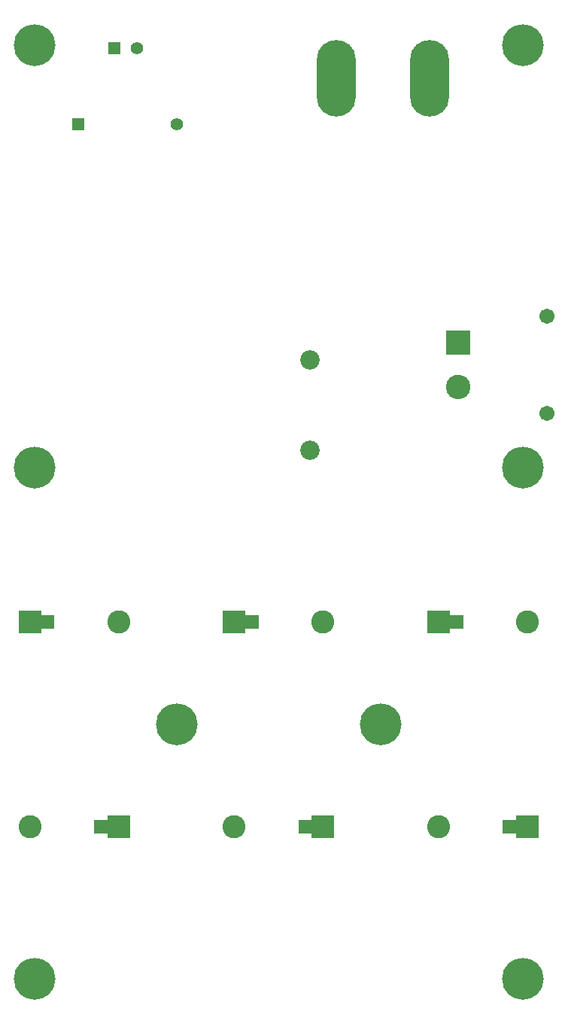
<source format=gbr>
%TF.GenerationSoftware,KiCad,Pcbnew,8.0.5*%
%TF.CreationDate,2025-02-03T18:13:47-05:00*%
%TF.ProjectId,Passive Cap Bank V1,50617373-6976-4652-9043-61702042616e,1.0*%
%TF.SameCoordinates,Original*%
%TF.FileFunction,Soldermask,Top*%
%TF.FilePolarity,Negative*%
%FSLAX46Y46*%
G04 Gerber Fmt 4.6, Leading zero omitted, Abs format (unit mm)*
G04 Created by KiCad (PCBNEW 8.0.5) date 2025-02-03 18:13:47*
%MOMM*%
%LPD*%
G01*
G04 APERTURE LIST*
G04 Aperture macros list*
%AMRoundRect*
0 Rectangle with rounded corners*
0 $1 Rounding radius*
0 $2 $3 $4 $5 $6 $7 $8 $9 X,Y pos of 4 corners*
0 Add a 4 corners polygon primitive as box body*
4,1,4,$2,$3,$4,$5,$6,$7,$8,$9,$2,$3,0*
0 Add four circle primitives for the rounded corners*
1,1,$1+$1,$2,$3*
1,1,$1+$1,$4,$5*
1,1,$1+$1,$6,$7*
1,1,$1+$1,$8,$9*
0 Add four rect primitives between the rounded corners*
20,1,$1+$1,$2,$3,$4,$5,0*
20,1,$1+$1,$4,$5,$6,$7,0*
20,1,$1+$1,$6,$7,$8,$9,0*
20,1,$1+$1,$8,$9,$2,$3,0*%
G04 Aperture macros list end*
%ADD10C,4.700000*%
%ADD11R,2.600200X2.600200*%
%ADD12R,1.600200X1.600200*%
%ADD13C,2.600200*%
%ADD14R,1.397000X1.397000*%
%ADD15C,1.397000*%
%ADD16O,4.404000X8.604000*%
%ADD17C,2.754000*%
%ADD18RoundRect,0.102000X-1.275000X1.275000X-1.275000X-1.275000X1.275000X-1.275000X1.275000X1.275000X0*%
%ADD19C,1.712000*%
%ADD20C,2.184400*%
G04 APERTURE END LIST*
D10*
%TO.C,REF\u002A\u002A*%
X60020000Y-60000000D03*
%TD*%
%TO.C,REF\u002A\u002A*%
X115020000Y-60000000D03*
%TD*%
D11*
%TO.C,C1*%
X115500000Y-147872041D03*
D12*
X113500000Y-147872041D03*
D13*
X105500000Y-147872041D03*
%TD*%
D14*
%TO.C,R14*%
X64913630Y-68881500D03*
D15*
X76015970Y-68881500D03*
%TD*%
D11*
%TO.C,C5*%
X82500000Y-124872041D03*
D12*
X84500000Y-124872041D03*
D13*
X92500000Y-124872041D03*
%TD*%
D11*
%TO.C,C3*%
X69500000Y-147872041D03*
D12*
X67500000Y-147872041D03*
D13*
X59500000Y-147872041D03*
%TD*%
D14*
%TO.C,D1*%
X69026988Y-60390988D03*
D15*
X71566988Y-60390988D03*
%TD*%
D11*
%TO.C,C2*%
X92500000Y-147872041D03*
D12*
X90500000Y-147872041D03*
D13*
X82500000Y-147872041D03*
%TD*%
D11*
%TO.C,C4*%
X59500000Y-124872041D03*
D12*
X61500000Y-124872041D03*
D13*
X69500000Y-124872041D03*
%TD*%
D10*
%TO.C,REF\u002A\u002A*%
X115020000Y-165000000D03*
%TD*%
%TO.C,REF\u002A\u002A*%
X76020000Y-136372041D03*
%TD*%
D16*
%TO.C,SW1*%
X104480000Y-63754000D03*
X93980000Y-63754000D03*
%TD*%
D11*
%TO.C,C6*%
X105500000Y-124872041D03*
D12*
X107500000Y-124872041D03*
D13*
X115500000Y-124872041D03*
%TD*%
D17*
%TO.C,J1*%
X107690000Y-98470000D03*
D18*
X107690000Y-93470000D03*
D19*
X117690000Y-101470000D03*
X117690000Y-90470000D03*
%TD*%
D10*
%TO.C,REF\u002A\u002A*%
X115020000Y-107500000D03*
%TD*%
%TO.C,REF\u002A\u002A*%
X60040000Y-107500000D03*
%TD*%
%TO.C,REF\u002A\u002A*%
X60020000Y-165000000D03*
%TD*%
%TO.C,REF\u002A\u002A*%
X99020000Y-136372041D03*
%TD*%
D20*
%TO.C,R13*%
X90992000Y-95375000D03*
X90992000Y-105535000D03*
%TD*%
M02*

</source>
